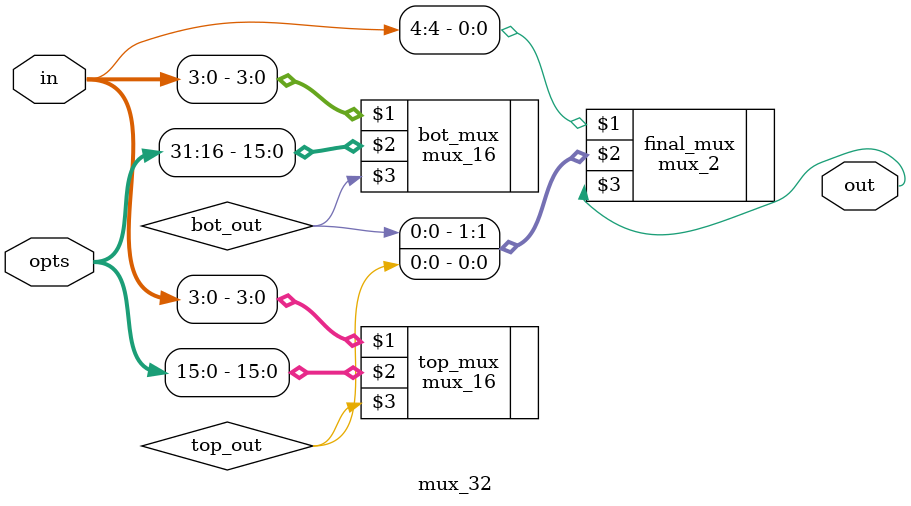
<source format=sv>
module mux_32(in, opts, out);

  input wire [4:0] in;
	input wire [31:0] opts;

  output logic out;

	logic bot_out;
	mux_16 bot_mux(in[3:0], opts[31:16], bot_out);
	logic top_out;
	mux_16 top_mux(in[3:0], opts[15:0], top_out);

	mux_2 final_mux(in[4], {bot_out, top_out}, out);

endmodule

</source>
